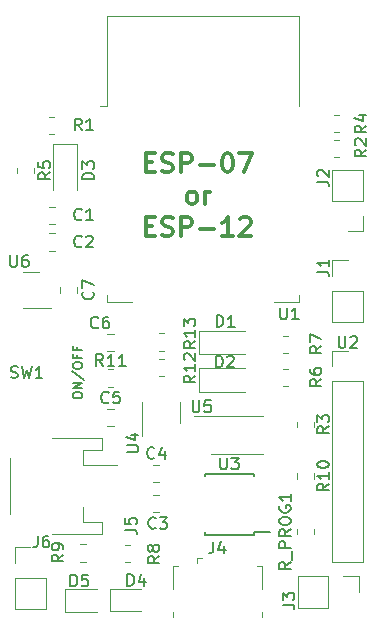
<source format=gto>
G04 #@! TF.GenerationSoftware,KiCad,Pcbnew,(5.1.9)-1*
G04 #@! TF.CreationDate,2021-07-08T12:05:04+02:00*
G04 #@! TF.ProjectId,iot-postbox,696f742d-706f-4737-9462-6f782e6b6963,v0.0*
G04 #@! TF.SameCoordinates,Original*
G04 #@! TF.FileFunction,Legend,Top*
G04 #@! TF.FilePolarity,Positive*
%FSLAX46Y46*%
G04 Gerber Fmt 4.6, Leading zero omitted, Abs format (unit mm)*
G04 Created by KiCad (PCBNEW (5.1.9)-1) date 2021-07-08 12:05:04*
%MOMM*%
%LPD*%
G01*
G04 APERTURE LIST*
%ADD10C,0.300000*%
%ADD11C,0.150000*%
%ADD12C,0.120000*%
G04 APERTURE END LIST*
D10*
X111933272Y-113901254D02*
X112466605Y-113901254D01*
X112695177Y-114739349D02*
X111933272Y-114739349D01*
X111933272Y-113139349D01*
X112695177Y-113139349D01*
X113304700Y-114663159D02*
X113533272Y-114739349D01*
X113914224Y-114739349D01*
X114066605Y-114663159D01*
X114142796Y-114586968D01*
X114218986Y-114434587D01*
X114218986Y-114282206D01*
X114142796Y-114129825D01*
X114066605Y-114053635D01*
X113914224Y-113977444D01*
X113609462Y-113901254D01*
X113457081Y-113825063D01*
X113380891Y-113748873D01*
X113304700Y-113596492D01*
X113304700Y-113444111D01*
X113380891Y-113291730D01*
X113457081Y-113215540D01*
X113609462Y-113139349D01*
X113990415Y-113139349D01*
X114218986Y-113215540D01*
X114904700Y-114739349D02*
X114904700Y-113139349D01*
X115514224Y-113139349D01*
X115666605Y-113215540D01*
X115742796Y-113291730D01*
X115818986Y-113444111D01*
X115818986Y-113672682D01*
X115742796Y-113825063D01*
X115666605Y-113901254D01*
X115514224Y-113977444D01*
X114904700Y-113977444D01*
X116504700Y-114129825D02*
X117723748Y-114129825D01*
X118790415Y-113139349D02*
X118942796Y-113139349D01*
X119095177Y-113215540D01*
X119171367Y-113291730D01*
X119247558Y-113444111D01*
X119323748Y-113748873D01*
X119323748Y-114129825D01*
X119247558Y-114434587D01*
X119171367Y-114586968D01*
X119095177Y-114663159D01*
X118942796Y-114739349D01*
X118790415Y-114739349D01*
X118638034Y-114663159D01*
X118561843Y-114586968D01*
X118485653Y-114434587D01*
X118409462Y-114129825D01*
X118409462Y-113748873D01*
X118485653Y-113444111D01*
X118561843Y-113291730D01*
X118638034Y-113215540D01*
X118790415Y-113139349D01*
X119857081Y-113139349D02*
X120923748Y-113139349D01*
X120238034Y-114739349D01*
X115742796Y-117439349D02*
X115590415Y-117363159D01*
X115514224Y-117286968D01*
X115438034Y-117134587D01*
X115438034Y-116677444D01*
X115514224Y-116525063D01*
X115590415Y-116448873D01*
X115742796Y-116372682D01*
X115971367Y-116372682D01*
X116123748Y-116448873D01*
X116199939Y-116525063D01*
X116276129Y-116677444D01*
X116276129Y-117134587D01*
X116199939Y-117286968D01*
X116123748Y-117363159D01*
X115971367Y-117439349D01*
X115742796Y-117439349D01*
X116961843Y-117439349D02*
X116961843Y-116372682D01*
X116961843Y-116677444D02*
X117038034Y-116525063D01*
X117114224Y-116448873D01*
X117266605Y-116372682D01*
X117418986Y-116372682D01*
X111933272Y-119301254D02*
X112466605Y-119301254D01*
X112695177Y-120139349D02*
X111933272Y-120139349D01*
X111933272Y-118539349D01*
X112695177Y-118539349D01*
X113304700Y-120063159D02*
X113533272Y-120139349D01*
X113914224Y-120139349D01*
X114066605Y-120063159D01*
X114142796Y-119986968D01*
X114218986Y-119834587D01*
X114218986Y-119682206D01*
X114142796Y-119529825D01*
X114066605Y-119453635D01*
X113914224Y-119377444D01*
X113609462Y-119301254D01*
X113457081Y-119225063D01*
X113380891Y-119148873D01*
X113304700Y-118996492D01*
X113304700Y-118844111D01*
X113380891Y-118691730D01*
X113457081Y-118615540D01*
X113609462Y-118539349D01*
X113990415Y-118539349D01*
X114218986Y-118615540D01*
X114904700Y-120139349D02*
X114904700Y-118539349D01*
X115514224Y-118539349D01*
X115666605Y-118615540D01*
X115742796Y-118691730D01*
X115818986Y-118844111D01*
X115818986Y-119072682D01*
X115742796Y-119225063D01*
X115666605Y-119301254D01*
X115514224Y-119377444D01*
X114904700Y-119377444D01*
X116504700Y-119529825D02*
X117723748Y-119529825D01*
X119323748Y-120139349D02*
X118409462Y-120139349D01*
X118866605Y-120139349D02*
X118866605Y-118539349D01*
X118714224Y-118767920D01*
X118561843Y-118920301D01*
X118409462Y-118996492D01*
X119933272Y-118691730D02*
X120009462Y-118615540D01*
X120161843Y-118539349D01*
X120542796Y-118539349D01*
X120695177Y-118615540D01*
X120771367Y-118691730D01*
X120847558Y-118844111D01*
X120847558Y-118996492D01*
X120771367Y-119225063D01*
X119857081Y-120139349D01*
X120847558Y-120139349D01*
D11*
X105751684Y-133696547D02*
X105751684Y-133544166D01*
X105789780Y-133467976D01*
X105865970Y-133391785D01*
X106018351Y-133353690D01*
X106285018Y-133353690D01*
X106437399Y-133391785D01*
X106513589Y-133467976D01*
X106551684Y-133544166D01*
X106551684Y-133696547D01*
X106513589Y-133772738D01*
X106437399Y-133848928D01*
X106285018Y-133887024D01*
X106018351Y-133887024D01*
X105865970Y-133848928D01*
X105789780Y-133772738D01*
X105751684Y-133696547D01*
X106551684Y-133010833D02*
X105751684Y-133010833D01*
X106551684Y-132553690D01*
X105751684Y-132553690D01*
X105713589Y-131601309D02*
X106742160Y-132287024D01*
X105751684Y-131182262D02*
X105751684Y-131029881D01*
X105789780Y-130953690D01*
X105865970Y-130877500D01*
X106018351Y-130839405D01*
X106285018Y-130839405D01*
X106437399Y-130877500D01*
X106513589Y-130953690D01*
X106551684Y-131029881D01*
X106551684Y-131182262D01*
X106513589Y-131258452D01*
X106437399Y-131334643D01*
X106285018Y-131372738D01*
X106018351Y-131372738D01*
X105865970Y-131334643D01*
X105789780Y-131258452D01*
X105751684Y-131182262D01*
X106132637Y-130229881D02*
X106132637Y-130496547D01*
X106551684Y-130496547D02*
X105751684Y-130496547D01*
X105751684Y-130115595D01*
X106132637Y-129544166D02*
X106132637Y-129810833D01*
X106551684Y-129810833D02*
X105751684Y-129810833D01*
X105751684Y-129429881D01*
D12*
X127702000Y-129848300D02*
X129032000Y-129848300D01*
X127702000Y-131178300D02*
X127702000Y-129848300D01*
X127702000Y-132448300D02*
X130362000Y-132448300D01*
X130362000Y-132448300D02*
X130362000Y-147748300D01*
X127702000Y-132448300D02*
X127702000Y-147748300D01*
X127702000Y-147748300D02*
X130362000Y-147748300D01*
X102225000Y-123140000D02*
X101575000Y-123140000D01*
X102225000Y-123140000D02*
X102875000Y-123140000D01*
X102225000Y-126260000D02*
X101575000Y-126260000D01*
X102225000Y-126260000D02*
X103900000Y-126260000D01*
X119650000Y-138610000D02*
X121850000Y-138610000D01*
X119650000Y-138610000D02*
X117450000Y-138610000D01*
X119650000Y-135390000D02*
X121850000Y-135390000D01*
X119650000Y-135390000D02*
X116050000Y-135390000D01*
X114810000Y-135950000D02*
X114810000Y-134150000D01*
X111590000Y-134150000D02*
X111590000Y-137100000D01*
D11*
X121125000Y-145425000D02*
X121125000Y-145225000D01*
X116975000Y-145425000D02*
X116975000Y-145225000D01*
X116975000Y-140275000D02*
X116975000Y-140475000D01*
X121125000Y-140275000D02*
X121125000Y-140475000D01*
X121125000Y-145425000D02*
X116975000Y-145425000D01*
X121125000Y-140275000D02*
X116975000Y-140275000D01*
X121125000Y-145225000D02*
X122425000Y-145225000D01*
D12*
X108640000Y-101510000D02*
X124880000Y-101510000D01*
X124880000Y-101510000D02*
X124880000Y-109130000D01*
X124880000Y-125130000D02*
X124880000Y-125750000D01*
X124880000Y-125750000D02*
X122760000Y-125750000D01*
X110760000Y-125750000D02*
X108640000Y-125750000D01*
X108640000Y-125750000D02*
X108640000Y-125130000D01*
X108640000Y-109130000D02*
X108640000Y-101510000D01*
X108640000Y-109130000D02*
X108030000Y-109130000D01*
X126175000Y-145397064D02*
X126175000Y-144942936D01*
X124705000Y-145397064D02*
X124705000Y-144942936D01*
X113527064Y-129835000D02*
X113072936Y-129835000D01*
X113527064Y-128365000D02*
X113072936Y-128365000D01*
X113022936Y-130515000D02*
X113477064Y-130515000D01*
X113022936Y-131985000D02*
X113477064Y-131985000D01*
X108722936Y-131415000D02*
X109177064Y-131415000D01*
X108722936Y-132885000D02*
X109177064Y-132885000D01*
X124705000Y-140232936D02*
X124705000Y-140687064D01*
X126175000Y-140232936D02*
X126175000Y-140687064D01*
X106402936Y-147705000D02*
X106857064Y-147705000D01*
X106402936Y-146235000D02*
X106857064Y-146235000D01*
X110597064Y-147775000D02*
X110142936Y-147775000D01*
X110597064Y-146305000D02*
X110142936Y-146305000D01*
X123572936Y-128605000D02*
X124027064Y-128605000D01*
X123572936Y-130075000D02*
X124027064Y-130075000D01*
X123572936Y-131380000D02*
X124027064Y-131380000D01*
X123572936Y-132850000D02*
X124027064Y-132850000D01*
X102485000Y-114362936D02*
X102485000Y-114817064D01*
X101015000Y-114362936D02*
X101015000Y-114817064D01*
X127860936Y-111325000D02*
X128315064Y-111325000D01*
X127860936Y-109855000D02*
X128315064Y-109855000D01*
X124705000Y-135862936D02*
X124705000Y-136317064D01*
X126175000Y-135862936D02*
X126175000Y-136317064D01*
X127860936Y-113445000D02*
X128315064Y-113445000D01*
X127860936Y-111975000D02*
X128315064Y-111975000D01*
X103757936Y-110045000D02*
X104212064Y-110045000D01*
X103757936Y-111515000D02*
X104212064Y-111515000D01*
X100850000Y-151690000D02*
X103510000Y-151690000D01*
X100850000Y-149090000D02*
X100850000Y-151690000D01*
X103510000Y-149090000D02*
X103510000Y-151690000D01*
X100850000Y-149090000D02*
X103510000Y-149090000D01*
X100850000Y-147820000D02*
X100850000Y-146490000D01*
X100850000Y-146490000D02*
X102180000Y-146490000D01*
X103990000Y-137250000D02*
X108240000Y-137250000D01*
X108240000Y-137250000D02*
X108240000Y-138270000D01*
X108240000Y-138270000D02*
X106640000Y-138270000D01*
X106640000Y-138270000D02*
X106640000Y-139550000D01*
X106640000Y-139550000D02*
X109530000Y-139550000D01*
X103990000Y-145370000D02*
X108240000Y-145370000D01*
X108240000Y-145370000D02*
X108240000Y-144350000D01*
X108240000Y-144350000D02*
X106640000Y-144350000D01*
X106640000Y-144350000D02*
X106640000Y-143070000D01*
X100420000Y-138970000D02*
X100420000Y-143650000D01*
X116250000Y-147830000D02*
X116250000Y-147380000D01*
X116700000Y-147380000D02*
X116250000Y-147380000D01*
X114250000Y-148060000D02*
X114670000Y-148060000D01*
X114250000Y-150040000D02*
X114250000Y-148060000D01*
X114250000Y-152410000D02*
X114250000Y-152010000D01*
X121770000Y-152010000D02*
X121770000Y-152410000D01*
X121770000Y-148060000D02*
X121350000Y-148060000D01*
X121770000Y-150040000D02*
X121770000Y-148060000D01*
X129990000Y-148930000D02*
X129990000Y-150260000D01*
X128660000Y-148930000D02*
X129990000Y-148930000D01*
X127390000Y-148930000D02*
X127390000Y-151590000D01*
X127390000Y-151590000D02*
X124790000Y-151590000D01*
X127390000Y-148930000D02*
X124790000Y-148930000D01*
X124790000Y-148930000D02*
X124790000Y-151590000D01*
X130360000Y-119750000D02*
X129030000Y-119750000D01*
X130360000Y-118420000D02*
X130360000Y-119750000D01*
X130360000Y-117150000D02*
X127700000Y-117150000D01*
X127700000Y-117150000D02*
X127700000Y-114550000D01*
X130360000Y-117150000D02*
X130360000Y-114550000D01*
X130360000Y-114550000D02*
X127700000Y-114550000D01*
X127700000Y-122190000D02*
X129030000Y-122190000D01*
X127700000Y-123520000D02*
X127700000Y-122190000D01*
X127700000Y-124790000D02*
X130360000Y-124790000D01*
X130360000Y-124790000D02*
X130360000Y-127390000D01*
X127700000Y-124790000D02*
X127700000Y-127390000D01*
X127700000Y-127390000D02*
X130360000Y-127390000D01*
X105113000Y-151950000D02*
X107798000Y-151950000D01*
X105113000Y-150030000D02*
X105113000Y-151950000D01*
X107798000Y-150030000D02*
X105113000Y-150030000D01*
X111580000Y-150000000D02*
X108895000Y-150000000D01*
X108895000Y-150000000D02*
X108895000Y-151920000D01*
X108895000Y-151920000D02*
X111580000Y-151920000D01*
X106115000Y-112350000D02*
X104115000Y-112350000D01*
X104115000Y-112350000D02*
X104115000Y-116250000D01*
X106115000Y-112350000D02*
X106115000Y-116250000D01*
X116430000Y-131315000D02*
X116430000Y-133315000D01*
X116430000Y-133315000D02*
X120330000Y-133315000D01*
X116430000Y-131315000D02*
X120330000Y-131315000D01*
X116430000Y-128140000D02*
X116430000Y-130140000D01*
X116430000Y-130140000D02*
X120330000Y-130140000D01*
X116430000Y-128140000D02*
X120330000Y-128140000D01*
X106160000Y-124438748D02*
X106160000Y-124961252D01*
X104690000Y-124438748D02*
X104690000Y-124961252D01*
X108688748Y-128395000D02*
X109211252Y-128395000D01*
X108688748Y-129865000D02*
X109211252Y-129865000D01*
X109211252Y-136215000D02*
X108688748Y-136215000D01*
X109211252Y-134745000D02*
X108688748Y-134745000D01*
X112578748Y-139505000D02*
X113101252Y-139505000D01*
X112578748Y-140975000D02*
X113101252Y-140975000D01*
X112578748Y-142055000D02*
X113101252Y-142055000D01*
X112578748Y-143525000D02*
X113101252Y-143525000D01*
X104246252Y-121365000D02*
X103723748Y-121365000D01*
X104246252Y-119895000D02*
X103723748Y-119895000D01*
X104246252Y-119110000D02*
X103723748Y-119110000D01*
X104246252Y-117640000D02*
X103723748Y-117640000D01*
D11*
X128275175Y-128616460D02*
X128275175Y-129425984D01*
X128322794Y-129521222D01*
X128370413Y-129568841D01*
X128465651Y-129616460D01*
X128656127Y-129616460D01*
X128751365Y-129568841D01*
X128798984Y-129521222D01*
X128846603Y-129425984D01*
X128846603Y-128616460D01*
X129275175Y-128711699D02*
X129322794Y-128664080D01*
X129418032Y-128616460D01*
X129656127Y-128616460D01*
X129751365Y-128664080D01*
X129798984Y-128711699D01*
X129846603Y-128806937D01*
X129846603Y-128902175D01*
X129798984Y-129045032D01*
X129227556Y-129616460D01*
X129846603Y-129616460D01*
X100520666Y-132103761D02*
X100663523Y-132151380D01*
X100901619Y-132151380D01*
X100996857Y-132103761D01*
X101044476Y-132056142D01*
X101092095Y-131960904D01*
X101092095Y-131865666D01*
X101044476Y-131770428D01*
X100996857Y-131722809D01*
X100901619Y-131675190D01*
X100711142Y-131627571D01*
X100615904Y-131579952D01*
X100568285Y-131532333D01*
X100520666Y-131437095D01*
X100520666Y-131341857D01*
X100568285Y-131246619D01*
X100615904Y-131199000D01*
X100711142Y-131151380D01*
X100949238Y-131151380D01*
X101092095Y-131199000D01*
X101425428Y-131151380D02*
X101663523Y-132151380D01*
X101854000Y-131437095D01*
X102044476Y-132151380D01*
X102282571Y-131151380D01*
X103187333Y-132151380D02*
X102615904Y-132151380D01*
X102901619Y-132151380D02*
X102901619Y-131151380D01*
X102806380Y-131294238D01*
X102711142Y-131389476D01*
X102615904Y-131437095D01*
X100457095Y-121753380D02*
X100457095Y-122562904D01*
X100504714Y-122658142D01*
X100552333Y-122705761D01*
X100647571Y-122753380D01*
X100838047Y-122753380D01*
X100933285Y-122705761D01*
X100980904Y-122658142D01*
X101028523Y-122562904D01*
X101028523Y-121753380D01*
X101933285Y-121753380D02*
X101742809Y-121753380D01*
X101647571Y-121801000D01*
X101599952Y-121848619D01*
X101504714Y-121991476D01*
X101457095Y-122181952D01*
X101457095Y-122562904D01*
X101504714Y-122658142D01*
X101552333Y-122705761D01*
X101647571Y-122753380D01*
X101838047Y-122753380D01*
X101933285Y-122705761D01*
X101980904Y-122658142D01*
X102028523Y-122562904D01*
X102028523Y-122324809D01*
X101980904Y-122229571D01*
X101933285Y-122181952D01*
X101838047Y-122134333D01*
X101647571Y-122134333D01*
X101552333Y-122181952D01*
X101504714Y-122229571D01*
X101457095Y-122324809D01*
X115900295Y-134046980D02*
X115900295Y-134856504D01*
X115947914Y-134951742D01*
X115995533Y-134999361D01*
X116090771Y-135046980D01*
X116281247Y-135046980D01*
X116376485Y-134999361D01*
X116424104Y-134951742D01*
X116471723Y-134856504D01*
X116471723Y-134046980D01*
X117424104Y-134046980D02*
X116947914Y-134046980D01*
X116900295Y-134523171D01*
X116947914Y-134475552D01*
X117043152Y-134427933D01*
X117281247Y-134427933D01*
X117376485Y-134475552D01*
X117424104Y-134523171D01*
X117471723Y-134618409D01*
X117471723Y-134856504D01*
X117424104Y-134951742D01*
X117376485Y-134999361D01*
X117281247Y-135046980D01*
X117043152Y-135046980D01*
X116947914Y-134999361D01*
X116900295Y-134951742D01*
X110323380Y-138429904D02*
X111132904Y-138429904D01*
X111228142Y-138382285D01*
X111275761Y-138334666D01*
X111323380Y-138239428D01*
X111323380Y-138048952D01*
X111275761Y-137953714D01*
X111228142Y-137906095D01*
X111132904Y-137858476D01*
X110323380Y-137858476D01*
X110656714Y-136953714D02*
X111323380Y-136953714D01*
X110275761Y-137191809D02*
X110990047Y-137429904D01*
X110990047Y-136810857D01*
X118237095Y-138898380D02*
X118237095Y-139707904D01*
X118284714Y-139803142D01*
X118332333Y-139850761D01*
X118427571Y-139898380D01*
X118618047Y-139898380D01*
X118713285Y-139850761D01*
X118760904Y-139803142D01*
X118808523Y-139707904D01*
X118808523Y-138898380D01*
X119189476Y-138898380D02*
X119808523Y-138898380D01*
X119475190Y-139279333D01*
X119618047Y-139279333D01*
X119713285Y-139326952D01*
X119760904Y-139374571D01*
X119808523Y-139469809D01*
X119808523Y-139707904D01*
X119760904Y-139803142D01*
X119713285Y-139850761D01*
X119618047Y-139898380D01*
X119332333Y-139898380D01*
X119237095Y-139850761D01*
X119189476Y-139803142D01*
X123317095Y-126198380D02*
X123317095Y-127007904D01*
X123364714Y-127103142D01*
X123412333Y-127150761D01*
X123507571Y-127198380D01*
X123698047Y-127198380D01*
X123793285Y-127150761D01*
X123840904Y-127103142D01*
X123888523Y-127007904D01*
X123888523Y-126198380D01*
X124888523Y-127198380D02*
X124317095Y-127198380D01*
X124602809Y-127198380D02*
X124602809Y-126198380D01*
X124507571Y-126341238D01*
X124412333Y-126436476D01*
X124317095Y-126484095D01*
X124242380Y-147741428D02*
X123766190Y-148074761D01*
X124242380Y-148312857D02*
X123242380Y-148312857D01*
X123242380Y-147931904D01*
X123290000Y-147836666D01*
X123337619Y-147789047D01*
X123432857Y-147741428D01*
X123575714Y-147741428D01*
X123670952Y-147789047D01*
X123718571Y-147836666D01*
X123766190Y-147931904D01*
X123766190Y-148312857D01*
X124337619Y-147550952D02*
X124337619Y-146789047D01*
X124242380Y-146550952D02*
X123242380Y-146550952D01*
X123242380Y-146170000D01*
X123290000Y-146074761D01*
X123337619Y-146027142D01*
X123432857Y-145979523D01*
X123575714Y-145979523D01*
X123670952Y-146027142D01*
X123718571Y-146074761D01*
X123766190Y-146170000D01*
X123766190Y-146550952D01*
X124242380Y-144979523D02*
X123766190Y-145312857D01*
X124242380Y-145550952D02*
X123242380Y-145550952D01*
X123242380Y-145170000D01*
X123290000Y-145074761D01*
X123337619Y-145027142D01*
X123432857Y-144979523D01*
X123575714Y-144979523D01*
X123670952Y-145027142D01*
X123718571Y-145074761D01*
X123766190Y-145170000D01*
X123766190Y-145550952D01*
X123242380Y-144360476D02*
X123242380Y-144170000D01*
X123290000Y-144074761D01*
X123385238Y-143979523D01*
X123575714Y-143931904D01*
X123909047Y-143931904D01*
X124099523Y-143979523D01*
X124194761Y-144074761D01*
X124242380Y-144170000D01*
X124242380Y-144360476D01*
X124194761Y-144455714D01*
X124099523Y-144550952D01*
X123909047Y-144598571D01*
X123575714Y-144598571D01*
X123385238Y-144550952D01*
X123290000Y-144455714D01*
X123242380Y-144360476D01*
X123290000Y-142979523D02*
X123242380Y-143074761D01*
X123242380Y-143217619D01*
X123290000Y-143360476D01*
X123385238Y-143455714D01*
X123480476Y-143503333D01*
X123670952Y-143550952D01*
X123813809Y-143550952D01*
X124004285Y-143503333D01*
X124099523Y-143455714D01*
X124194761Y-143360476D01*
X124242380Y-143217619D01*
X124242380Y-143122380D01*
X124194761Y-142979523D01*
X124147142Y-142931904D01*
X123813809Y-142931904D01*
X123813809Y-143122380D01*
X124242380Y-141979523D02*
X124242380Y-142550952D01*
X124242380Y-142265238D02*
X123242380Y-142265238D01*
X123385238Y-142360476D01*
X123480476Y-142455714D01*
X123528095Y-142550952D01*
X116149380Y-129039857D02*
X115673190Y-129373190D01*
X116149380Y-129611285D02*
X115149380Y-129611285D01*
X115149380Y-129230333D01*
X115197000Y-129135095D01*
X115244619Y-129087476D01*
X115339857Y-129039857D01*
X115482714Y-129039857D01*
X115577952Y-129087476D01*
X115625571Y-129135095D01*
X115673190Y-129230333D01*
X115673190Y-129611285D01*
X116149380Y-128087476D02*
X116149380Y-128658904D01*
X116149380Y-128373190D02*
X115149380Y-128373190D01*
X115292238Y-128468428D01*
X115387476Y-128563666D01*
X115435095Y-128658904D01*
X115149380Y-127754142D02*
X115149380Y-127135095D01*
X115530333Y-127468428D01*
X115530333Y-127325571D01*
X115577952Y-127230333D01*
X115625571Y-127182714D01*
X115720809Y-127135095D01*
X115958904Y-127135095D01*
X116054142Y-127182714D01*
X116101761Y-127230333D01*
X116149380Y-127325571D01*
X116149380Y-127611285D01*
X116101761Y-127706523D01*
X116054142Y-127754142D01*
X116149380Y-131960857D02*
X115673190Y-132294190D01*
X116149380Y-132532285D02*
X115149380Y-132532285D01*
X115149380Y-132151333D01*
X115197000Y-132056095D01*
X115244619Y-132008476D01*
X115339857Y-131960857D01*
X115482714Y-131960857D01*
X115577952Y-132008476D01*
X115625571Y-132056095D01*
X115673190Y-132151333D01*
X115673190Y-132532285D01*
X116149380Y-131008476D02*
X116149380Y-131579904D01*
X116149380Y-131294190D02*
X115149380Y-131294190D01*
X115292238Y-131389428D01*
X115387476Y-131484666D01*
X115435095Y-131579904D01*
X115244619Y-130627523D02*
X115197000Y-130579904D01*
X115149380Y-130484666D01*
X115149380Y-130246571D01*
X115197000Y-130151333D01*
X115244619Y-130103714D01*
X115339857Y-130056095D01*
X115435095Y-130056095D01*
X115577952Y-130103714D01*
X116149380Y-130675142D01*
X116149380Y-130056095D01*
X108323142Y-131135380D02*
X107989809Y-130659190D01*
X107751714Y-131135380D02*
X107751714Y-130135380D01*
X108132666Y-130135380D01*
X108227904Y-130183000D01*
X108275523Y-130230619D01*
X108323142Y-130325857D01*
X108323142Y-130468714D01*
X108275523Y-130563952D01*
X108227904Y-130611571D01*
X108132666Y-130659190D01*
X107751714Y-130659190D01*
X109275523Y-131135380D02*
X108704095Y-131135380D01*
X108989809Y-131135380D02*
X108989809Y-130135380D01*
X108894571Y-130278238D01*
X108799333Y-130373476D01*
X108704095Y-130421095D01*
X110227904Y-131135380D02*
X109656476Y-131135380D01*
X109942190Y-131135380D02*
X109942190Y-130135380D01*
X109846952Y-130278238D01*
X109751714Y-130373476D01*
X109656476Y-130421095D01*
X127452380Y-141104857D02*
X126976190Y-141438190D01*
X127452380Y-141676285D02*
X126452380Y-141676285D01*
X126452380Y-141295333D01*
X126500000Y-141200095D01*
X126547619Y-141152476D01*
X126642857Y-141104857D01*
X126785714Y-141104857D01*
X126880952Y-141152476D01*
X126928571Y-141200095D01*
X126976190Y-141295333D01*
X126976190Y-141676285D01*
X127452380Y-140152476D02*
X127452380Y-140723904D01*
X127452380Y-140438190D02*
X126452380Y-140438190D01*
X126595238Y-140533428D01*
X126690476Y-140628666D01*
X126738095Y-140723904D01*
X126452380Y-139533428D02*
X126452380Y-139438190D01*
X126500000Y-139342952D01*
X126547619Y-139295333D01*
X126642857Y-139247714D01*
X126833333Y-139200095D01*
X127071428Y-139200095D01*
X127261904Y-139247714D01*
X127357142Y-139295333D01*
X127404761Y-139342952D01*
X127452380Y-139438190D01*
X127452380Y-139533428D01*
X127404761Y-139628666D01*
X127357142Y-139676285D01*
X127261904Y-139723904D01*
X127071428Y-139771523D01*
X126833333Y-139771523D01*
X126642857Y-139723904D01*
X126547619Y-139676285D01*
X126500000Y-139628666D01*
X126452380Y-139533428D01*
X104973380Y-147105666D02*
X104497190Y-147439000D01*
X104973380Y-147677095D02*
X103973380Y-147677095D01*
X103973380Y-147296142D01*
X104021000Y-147200904D01*
X104068619Y-147153285D01*
X104163857Y-147105666D01*
X104306714Y-147105666D01*
X104401952Y-147153285D01*
X104449571Y-147200904D01*
X104497190Y-147296142D01*
X104497190Y-147677095D01*
X104973380Y-146629476D02*
X104973380Y-146439000D01*
X104925761Y-146343761D01*
X104878142Y-146296142D01*
X104735285Y-146200904D01*
X104544809Y-146153285D01*
X104163857Y-146153285D01*
X104068619Y-146200904D01*
X104021000Y-146248523D01*
X103973380Y-146343761D01*
X103973380Y-146534238D01*
X104021000Y-146629476D01*
X104068619Y-146677095D01*
X104163857Y-146724714D01*
X104401952Y-146724714D01*
X104497190Y-146677095D01*
X104544809Y-146629476D01*
X104592428Y-146534238D01*
X104592428Y-146343761D01*
X104544809Y-146248523D01*
X104497190Y-146200904D01*
X104401952Y-146153285D01*
X113101380Y-147232666D02*
X112625190Y-147566000D01*
X113101380Y-147804095D02*
X112101380Y-147804095D01*
X112101380Y-147423142D01*
X112149000Y-147327904D01*
X112196619Y-147280285D01*
X112291857Y-147232666D01*
X112434714Y-147232666D01*
X112529952Y-147280285D01*
X112577571Y-147327904D01*
X112625190Y-147423142D01*
X112625190Y-147804095D01*
X112529952Y-146661238D02*
X112482333Y-146756476D01*
X112434714Y-146804095D01*
X112339476Y-146851714D01*
X112291857Y-146851714D01*
X112196619Y-146804095D01*
X112149000Y-146756476D01*
X112101380Y-146661238D01*
X112101380Y-146470761D01*
X112149000Y-146375523D01*
X112196619Y-146327904D01*
X112291857Y-146280285D01*
X112339476Y-146280285D01*
X112434714Y-146327904D01*
X112482333Y-146375523D01*
X112529952Y-146470761D01*
X112529952Y-146661238D01*
X112577571Y-146756476D01*
X112625190Y-146804095D01*
X112720428Y-146851714D01*
X112910904Y-146851714D01*
X113006142Y-146804095D01*
X113053761Y-146756476D01*
X113101380Y-146661238D01*
X113101380Y-146470761D01*
X113053761Y-146375523D01*
X113006142Y-146327904D01*
X112910904Y-146280285D01*
X112720428Y-146280285D01*
X112625190Y-146327904D01*
X112577571Y-146375523D01*
X112529952Y-146470761D01*
X126817380Y-129452666D02*
X126341190Y-129786000D01*
X126817380Y-130024095D02*
X125817380Y-130024095D01*
X125817380Y-129643142D01*
X125865000Y-129547904D01*
X125912619Y-129500285D01*
X126007857Y-129452666D01*
X126150714Y-129452666D01*
X126245952Y-129500285D01*
X126293571Y-129547904D01*
X126341190Y-129643142D01*
X126341190Y-130024095D01*
X125817380Y-129119333D02*
X125817380Y-128452666D01*
X126817380Y-128881238D01*
X126817380Y-132246666D02*
X126341190Y-132580000D01*
X126817380Y-132818095D02*
X125817380Y-132818095D01*
X125817380Y-132437142D01*
X125865000Y-132341904D01*
X125912619Y-132294285D01*
X126007857Y-132246666D01*
X126150714Y-132246666D01*
X126245952Y-132294285D01*
X126293571Y-132341904D01*
X126341190Y-132437142D01*
X126341190Y-132818095D01*
X125817380Y-131389523D02*
X125817380Y-131580000D01*
X125865000Y-131675238D01*
X125912619Y-131722857D01*
X126055476Y-131818095D01*
X126245952Y-131865714D01*
X126626904Y-131865714D01*
X126722142Y-131818095D01*
X126769761Y-131770476D01*
X126817380Y-131675238D01*
X126817380Y-131484761D01*
X126769761Y-131389523D01*
X126722142Y-131341904D01*
X126626904Y-131294285D01*
X126388809Y-131294285D01*
X126293571Y-131341904D01*
X126245952Y-131389523D01*
X126198333Y-131484761D01*
X126198333Y-131675238D01*
X126245952Y-131770476D01*
X126293571Y-131818095D01*
X126388809Y-131865714D01*
X103852380Y-114756666D02*
X103376190Y-115090000D01*
X103852380Y-115328095D02*
X102852380Y-115328095D01*
X102852380Y-114947142D01*
X102900000Y-114851904D01*
X102947619Y-114804285D01*
X103042857Y-114756666D01*
X103185714Y-114756666D01*
X103280952Y-114804285D01*
X103328571Y-114851904D01*
X103376190Y-114947142D01*
X103376190Y-115328095D01*
X102852380Y-113851904D02*
X102852380Y-114328095D01*
X103328571Y-114375714D01*
X103280952Y-114328095D01*
X103233333Y-114232857D01*
X103233333Y-113994761D01*
X103280952Y-113899523D01*
X103328571Y-113851904D01*
X103423809Y-113804285D01*
X103661904Y-113804285D01*
X103757142Y-113851904D01*
X103804761Y-113899523D01*
X103852380Y-113994761D01*
X103852380Y-114232857D01*
X103804761Y-114328095D01*
X103757142Y-114375714D01*
X130627380Y-110783666D02*
X130151190Y-111117000D01*
X130627380Y-111355095D02*
X129627380Y-111355095D01*
X129627380Y-110974142D01*
X129675000Y-110878904D01*
X129722619Y-110831285D01*
X129817857Y-110783666D01*
X129960714Y-110783666D01*
X130055952Y-110831285D01*
X130103571Y-110878904D01*
X130151190Y-110974142D01*
X130151190Y-111355095D01*
X129960714Y-109926523D02*
X130627380Y-109926523D01*
X129579761Y-110164619D02*
X130294047Y-110402714D01*
X130294047Y-109783666D01*
X127452380Y-136256666D02*
X126976190Y-136590000D01*
X127452380Y-136828095D02*
X126452380Y-136828095D01*
X126452380Y-136447142D01*
X126500000Y-136351904D01*
X126547619Y-136304285D01*
X126642857Y-136256666D01*
X126785714Y-136256666D01*
X126880952Y-136304285D01*
X126928571Y-136351904D01*
X126976190Y-136447142D01*
X126976190Y-136828095D01*
X126452380Y-135923333D02*
X126452380Y-135304285D01*
X126833333Y-135637619D01*
X126833333Y-135494761D01*
X126880952Y-135399523D01*
X126928571Y-135351904D01*
X127023809Y-135304285D01*
X127261904Y-135304285D01*
X127357142Y-135351904D01*
X127404761Y-135399523D01*
X127452380Y-135494761D01*
X127452380Y-135780476D01*
X127404761Y-135875714D01*
X127357142Y-135923333D01*
X130627380Y-112815666D02*
X130151190Y-113149000D01*
X130627380Y-113387095D02*
X129627380Y-113387095D01*
X129627380Y-113006142D01*
X129675000Y-112910904D01*
X129722619Y-112863285D01*
X129817857Y-112815666D01*
X129960714Y-112815666D01*
X130055952Y-112863285D01*
X130103571Y-112910904D01*
X130151190Y-113006142D01*
X130151190Y-113387095D01*
X129722619Y-112434714D02*
X129675000Y-112387095D01*
X129627380Y-112291857D01*
X129627380Y-112053761D01*
X129675000Y-111958523D01*
X129722619Y-111910904D01*
X129817857Y-111863285D01*
X129913095Y-111863285D01*
X130055952Y-111910904D01*
X130627380Y-112482333D01*
X130627380Y-111863285D01*
X106513333Y-111196380D02*
X106180000Y-110720190D01*
X105941904Y-111196380D02*
X105941904Y-110196380D01*
X106322857Y-110196380D01*
X106418095Y-110244000D01*
X106465714Y-110291619D01*
X106513333Y-110386857D01*
X106513333Y-110529714D01*
X106465714Y-110624952D01*
X106418095Y-110672571D01*
X106322857Y-110720190D01*
X105941904Y-110720190D01*
X107465714Y-111196380D02*
X106894285Y-111196380D01*
X107180000Y-111196380D02*
X107180000Y-110196380D01*
X107084761Y-110339238D01*
X106989523Y-110434476D01*
X106894285Y-110482095D01*
X102790666Y-145502380D02*
X102790666Y-146216666D01*
X102743047Y-146359523D01*
X102647809Y-146454761D01*
X102504952Y-146502380D01*
X102409714Y-146502380D01*
X103695428Y-145502380D02*
X103504952Y-145502380D01*
X103409714Y-145550000D01*
X103362095Y-145597619D01*
X103266857Y-145740476D01*
X103219238Y-145930952D01*
X103219238Y-146311904D01*
X103266857Y-146407142D01*
X103314476Y-146454761D01*
X103409714Y-146502380D01*
X103600190Y-146502380D01*
X103695428Y-146454761D01*
X103743047Y-146407142D01*
X103790666Y-146311904D01*
X103790666Y-146073809D01*
X103743047Y-145978571D01*
X103695428Y-145930952D01*
X103600190Y-145883333D01*
X103409714Y-145883333D01*
X103314476Y-145930952D01*
X103266857Y-145978571D01*
X103219238Y-146073809D01*
X110182380Y-144986333D02*
X110896666Y-144986333D01*
X111039523Y-145033952D01*
X111134761Y-145129190D01*
X111182380Y-145272047D01*
X111182380Y-145367285D01*
X110182380Y-144033952D02*
X110182380Y-144510142D01*
X110658571Y-144557761D01*
X110610952Y-144510142D01*
X110563333Y-144414904D01*
X110563333Y-144176809D01*
X110610952Y-144081571D01*
X110658571Y-144033952D01*
X110753809Y-143986333D01*
X110991904Y-143986333D01*
X111087142Y-144033952D01*
X111134761Y-144081571D01*
X111182380Y-144176809D01*
X111182380Y-144414904D01*
X111134761Y-144510142D01*
X111087142Y-144557761D01*
X117649666Y-146010380D02*
X117649666Y-146724666D01*
X117602047Y-146867523D01*
X117506809Y-146962761D01*
X117363952Y-147010380D01*
X117268714Y-147010380D01*
X118554428Y-146343714D02*
X118554428Y-147010380D01*
X118316333Y-145962761D02*
X118078238Y-146677047D01*
X118697285Y-146677047D01*
X123531380Y-151336333D02*
X124245666Y-151336333D01*
X124388523Y-151383952D01*
X124483761Y-151479190D01*
X124531380Y-151622047D01*
X124531380Y-151717285D01*
X123531380Y-150955380D02*
X123531380Y-150336333D01*
X123912333Y-150669666D01*
X123912333Y-150526809D01*
X123959952Y-150431571D01*
X124007571Y-150383952D01*
X124102809Y-150336333D01*
X124340904Y-150336333D01*
X124436142Y-150383952D01*
X124483761Y-150431571D01*
X124531380Y-150526809D01*
X124531380Y-150812523D01*
X124483761Y-150907761D01*
X124436142Y-150955380D01*
X126452380Y-115522333D02*
X127166666Y-115522333D01*
X127309523Y-115569952D01*
X127404761Y-115665190D01*
X127452380Y-115808047D01*
X127452380Y-115903285D01*
X126547619Y-115093761D02*
X126500000Y-115046142D01*
X126452380Y-114950904D01*
X126452380Y-114712809D01*
X126500000Y-114617571D01*
X126547619Y-114569952D01*
X126642857Y-114522333D01*
X126738095Y-114522333D01*
X126880952Y-114569952D01*
X127452380Y-115141380D01*
X127452380Y-114522333D01*
X126452380Y-123142333D02*
X127166666Y-123142333D01*
X127309523Y-123189952D01*
X127404761Y-123285190D01*
X127452380Y-123428047D01*
X127452380Y-123523285D01*
X127452380Y-122142333D02*
X127452380Y-122713761D01*
X127452380Y-122428047D02*
X126452380Y-122428047D01*
X126595238Y-122523285D01*
X126690476Y-122618523D01*
X126738095Y-122713761D01*
X105560904Y-149804380D02*
X105560904Y-148804380D01*
X105799000Y-148804380D01*
X105941857Y-148852000D01*
X106037095Y-148947238D01*
X106084714Y-149042476D01*
X106132333Y-149232952D01*
X106132333Y-149375809D01*
X106084714Y-149566285D01*
X106037095Y-149661523D01*
X105941857Y-149756761D01*
X105799000Y-149804380D01*
X105560904Y-149804380D01*
X107037095Y-148804380D02*
X106560904Y-148804380D01*
X106513285Y-149280571D01*
X106560904Y-149232952D01*
X106656142Y-149185333D01*
X106894238Y-149185333D01*
X106989476Y-149232952D01*
X107037095Y-149280571D01*
X107084714Y-149375809D01*
X107084714Y-149613904D01*
X107037095Y-149709142D01*
X106989476Y-149756761D01*
X106894238Y-149804380D01*
X106656142Y-149804380D01*
X106560904Y-149756761D01*
X106513285Y-149709142D01*
X110386904Y-149762380D02*
X110386904Y-148762380D01*
X110625000Y-148762380D01*
X110767857Y-148810000D01*
X110863095Y-148905238D01*
X110910714Y-149000476D01*
X110958333Y-149190952D01*
X110958333Y-149333809D01*
X110910714Y-149524285D01*
X110863095Y-149619523D01*
X110767857Y-149714761D01*
X110625000Y-149762380D01*
X110386904Y-149762380D01*
X111815476Y-149095714D02*
X111815476Y-149762380D01*
X111577380Y-148714761D02*
X111339285Y-149429047D01*
X111958333Y-149429047D01*
X107567380Y-115338095D02*
X106567380Y-115338095D01*
X106567380Y-115100000D01*
X106615000Y-114957142D01*
X106710238Y-114861904D01*
X106805476Y-114814285D01*
X106995952Y-114766666D01*
X107138809Y-114766666D01*
X107329285Y-114814285D01*
X107424523Y-114861904D01*
X107519761Y-114957142D01*
X107567380Y-115100000D01*
X107567380Y-115338095D01*
X106567380Y-114433333D02*
X106567380Y-113814285D01*
X106948333Y-114147619D01*
X106948333Y-114004761D01*
X106995952Y-113909523D01*
X107043571Y-113861904D01*
X107138809Y-113814285D01*
X107376904Y-113814285D01*
X107472142Y-113861904D01*
X107519761Y-113909523D01*
X107567380Y-114004761D01*
X107567380Y-114290476D01*
X107519761Y-114385714D01*
X107472142Y-114433333D01*
X117879904Y-131262380D02*
X117879904Y-130262380D01*
X118118000Y-130262380D01*
X118260857Y-130310000D01*
X118356095Y-130405238D01*
X118403714Y-130500476D01*
X118451333Y-130690952D01*
X118451333Y-130833809D01*
X118403714Y-131024285D01*
X118356095Y-131119523D01*
X118260857Y-131214761D01*
X118118000Y-131262380D01*
X117879904Y-131262380D01*
X118832285Y-130357619D02*
X118879904Y-130310000D01*
X118975142Y-130262380D01*
X119213238Y-130262380D01*
X119308476Y-130310000D01*
X119356095Y-130357619D01*
X119403714Y-130452857D01*
X119403714Y-130548095D01*
X119356095Y-130690952D01*
X118784666Y-131262380D01*
X119403714Y-131262380D01*
X117941904Y-127833380D02*
X117941904Y-126833380D01*
X118180000Y-126833380D01*
X118322857Y-126881000D01*
X118418095Y-126976238D01*
X118465714Y-127071476D01*
X118513333Y-127261952D01*
X118513333Y-127404809D01*
X118465714Y-127595285D01*
X118418095Y-127690523D01*
X118322857Y-127785761D01*
X118180000Y-127833380D01*
X117941904Y-127833380D01*
X119465714Y-127833380D02*
X118894285Y-127833380D01*
X119180000Y-127833380D02*
X119180000Y-126833380D01*
X119084761Y-126976238D01*
X118989523Y-127071476D01*
X118894285Y-127119095D01*
X107462142Y-124866666D02*
X107509761Y-124914285D01*
X107557380Y-125057142D01*
X107557380Y-125152380D01*
X107509761Y-125295238D01*
X107414523Y-125390476D01*
X107319285Y-125438095D01*
X107128809Y-125485714D01*
X106985952Y-125485714D01*
X106795476Y-125438095D01*
X106700238Y-125390476D01*
X106605000Y-125295238D01*
X106557380Y-125152380D01*
X106557380Y-125057142D01*
X106605000Y-124914285D01*
X106652619Y-124866666D01*
X106557380Y-124533333D02*
X106557380Y-123866666D01*
X107557380Y-124295238D01*
X107910333Y-127865142D02*
X107862714Y-127912761D01*
X107719857Y-127960380D01*
X107624619Y-127960380D01*
X107481761Y-127912761D01*
X107386523Y-127817523D01*
X107338904Y-127722285D01*
X107291285Y-127531809D01*
X107291285Y-127388952D01*
X107338904Y-127198476D01*
X107386523Y-127103238D01*
X107481761Y-127008000D01*
X107624619Y-126960380D01*
X107719857Y-126960380D01*
X107862714Y-127008000D01*
X107910333Y-127055619D01*
X108767476Y-126960380D02*
X108577000Y-126960380D01*
X108481761Y-127008000D01*
X108434142Y-127055619D01*
X108338904Y-127198476D01*
X108291285Y-127388952D01*
X108291285Y-127769904D01*
X108338904Y-127865142D01*
X108386523Y-127912761D01*
X108481761Y-127960380D01*
X108672238Y-127960380D01*
X108767476Y-127912761D01*
X108815095Y-127865142D01*
X108862714Y-127769904D01*
X108862714Y-127531809D01*
X108815095Y-127436571D01*
X108767476Y-127388952D01*
X108672238Y-127341333D01*
X108481761Y-127341333D01*
X108386523Y-127388952D01*
X108338904Y-127436571D01*
X108291285Y-127531809D01*
X108799333Y-134215142D02*
X108751714Y-134262761D01*
X108608857Y-134310380D01*
X108513619Y-134310380D01*
X108370761Y-134262761D01*
X108275523Y-134167523D01*
X108227904Y-134072285D01*
X108180285Y-133881809D01*
X108180285Y-133738952D01*
X108227904Y-133548476D01*
X108275523Y-133453238D01*
X108370761Y-133358000D01*
X108513619Y-133310380D01*
X108608857Y-133310380D01*
X108751714Y-133358000D01*
X108799333Y-133405619D01*
X109704095Y-133310380D02*
X109227904Y-133310380D01*
X109180285Y-133786571D01*
X109227904Y-133738952D01*
X109323142Y-133691333D01*
X109561238Y-133691333D01*
X109656476Y-133738952D01*
X109704095Y-133786571D01*
X109751714Y-133881809D01*
X109751714Y-134119904D01*
X109704095Y-134215142D01*
X109656476Y-134262761D01*
X109561238Y-134310380D01*
X109323142Y-134310380D01*
X109227904Y-134262761D01*
X109180285Y-134215142D01*
X112673333Y-138917142D02*
X112625714Y-138964761D01*
X112482857Y-139012380D01*
X112387619Y-139012380D01*
X112244761Y-138964761D01*
X112149523Y-138869523D01*
X112101904Y-138774285D01*
X112054285Y-138583809D01*
X112054285Y-138440952D01*
X112101904Y-138250476D01*
X112149523Y-138155238D01*
X112244761Y-138060000D01*
X112387619Y-138012380D01*
X112482857Y-138012380D01*
X112625714Y-138060000D01*
X112673333Y-138107619D01*
X113530476Y-138345714D02*
X113530476Y-139012380D01*
X113292380Y-137964761D02*
X113054285Y-138679047D01*
X113673333Y-138679047D01*
X112787133Y-144832342D02*
X112739514Y-144879961D01*
X112596657Y-144927580D01*
X112501419Y-144927580D01*
X112358561Y-144879961D01*
X112263323Y-144784723D01*
X112215704Y-144689485D01*
X112168085Y-144499009D01*
X112168085Y-144356152D01*
X112215704Y-144165676D01*
X112263323Y-144070438D01*
X112358561Y-143975200D01*
X112501419Y-143927580D01*
X112596657Y-143927580D01*
X112739514Y-143975200D01*
X112787133Y-144022819D01*
X113120466Y-143927580D02*
X113739514Y-143927580D01*
X113406180Y-144308533D01*
X113549038Y-144308533D01*
X113644276Y-144356152D01*
X113691895Y-144403771D01*
X113739514Y-144499009D01*
X113739514Y-144737104D01*
X113691895Y-144832342D01*
X113644276Y-144879961D01*
X113549038Y-144927580D01*
X113263323Y-144927580D01*
X113168085Y-144879961D01*
X113120466Y-144832342D01*
X106513333Y-121007142D02*
X106465714Y-121054761D01*
X106322857Y-121102380D01*
X106227619Y-121102380D01*
X106084761Y-121054761D01*
X105989523Y-120959523D01*
X105941904Y-120864285D01*
X105894285Y-120673809D01*
X105894285Y-120530952D01*
X105941904Y-120340476D01*
X105989523Y-120245238D01*
X106084761Y-120150000D01*
X106227619Y-120102380D01*
X106322857Y-120102380D01*
X106465714Y-120150000D01*
X106513333Y-120197619D01*
X106894285Y-120197619D02*
X106941904Y-120150000D01*
X107037142Y-120102380D01*
X107275238Y-120102380D01*
X107370476Y-120150000D01*
X107418095Y-120197619D01*
X107465714Y-120292857D01*
X107465714Y-120388095D01*
X107418095Y-120530952D01*
X106846666Y-121102380D01*
X107465714Y-121102380D01*
X106513333Y-118721142D02*
X106465714Y-118768761D01*
X106322857Y-118816380D01*
X106227619Y-118816380D01*
X106084761Y-118768761D01*
X105989523Y-118673523D01*
X105941904Y-118578285D01*
X105894285Y-118387809D01*
X105894285Y-118244952D01*
X105941904Y-118054476D01*
X105989523Y-117959238D01*
X106084761Y-117864000D01*
X106227619Y-117816380D01*
X106322857Y-117816380D01*
X106465714Y-117864000D01*
X106513333Y-117911619D01*
X107465714Y-118816380D02*
X106894285Y-118816380D01*
X107180000Y-118816380D02*
X107180000Y-117816380D01*
X107084761Y-117959238D01*
X106989523Y-118054476D01*
X106894285Y-118102095D01*
M02*

</source>
